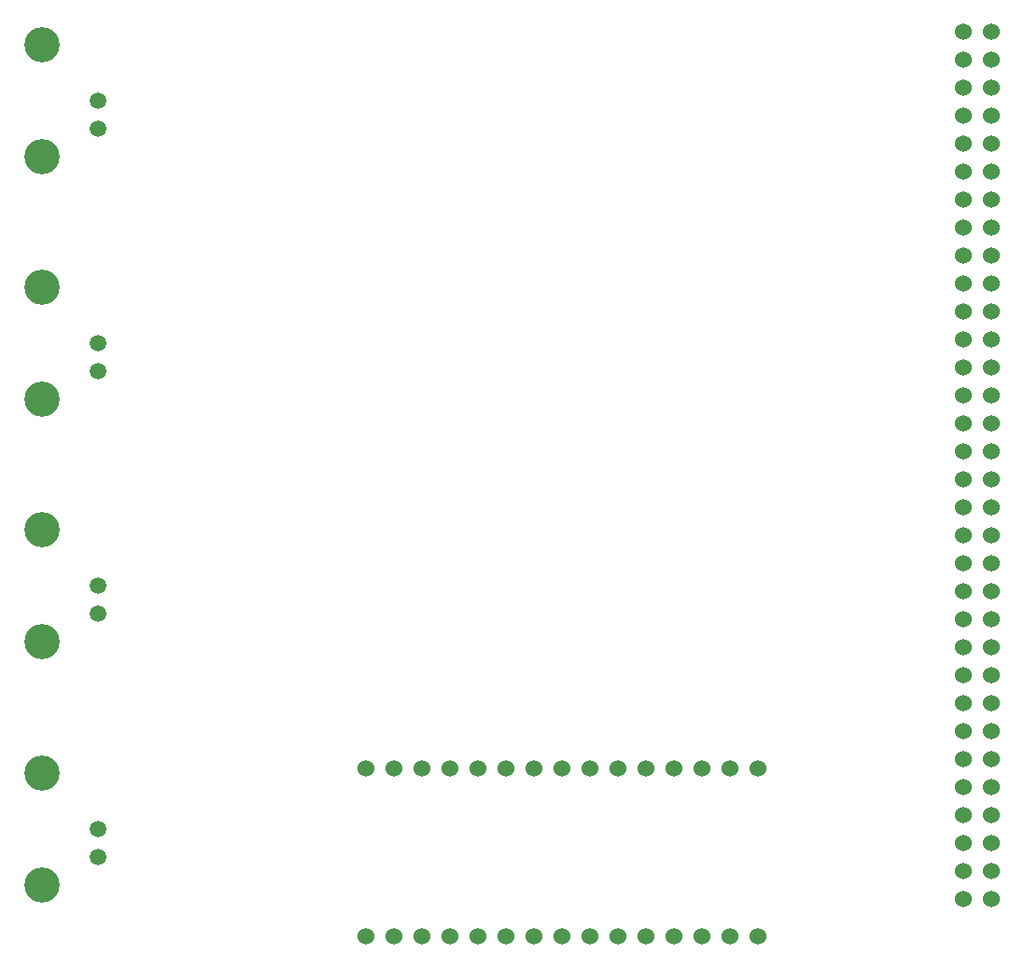
<source format=gbr>
%TF.GenerationSoftware,KiCad,Pcbnew,5.1.9-73d0e3b20d~88~ubuntu20.04.1*%
%TF.CreationDate,2021-05-09T07:33:53+02:00*%
%TF.ProjectId,bkm-129x-simple,626b6d2d-3132-4397-982d-73696d706c65,rev?*%
%TF.SameCoordinates,Original*%
%TF.FileFunction,Soldermask,Bot*%
%TF.FilePolarity,Negative*%
%FSLAX46Y46*%
G04 Gerber Fmt 4.6, Leading zero omitted, Abs format (unit mm)*
G04 Created by KiCad (PCBNEW 5.1.9-73d0e3b20d~88~ubuntu20.04.1) date 2021-05-09 07:33:53*
%MOMM*%
%LPD*%
G01*
G04 APERTURE LIST*
%ADD10C,1.500000*%
%ADD11C,3.200000*%
%ADD12C,1.524000*%
G04 APERTURE END LIST*
D10*
%TO.C,J1*%
X134086600Y-75971400D03*
D11*
X129006600Y-68351400D03*
X129006600Y-78511400D03*
D10*
X134086600Y-73431400D03*
%TD*%
%TO.C,J2*%
X134086600Y-98018600D03*
D11*
X129006600Y-90398600D03*
X129006600Y-100558600D03*
D10*
X134086600Y-95478600D03*
%TD*%
%TO.C,J3*%
X134112000Y-120015000D03*
D11*
X129032000Y-112395000D03*
X129032000Y-122555000D03*
D10*
X134112000Y-117475000D03*
%TD*%
%TO.C,J4*%
X134112000Y-142113000D03*
D11*
X129032000Y-134493000D03*
X129032000Y-144653000D03*
D10*
X134112000Y-139573000D03*
%TD*%
D12*
%TO.C,J5*%
X212547200Y-67183000D03*
X212547200Y-69723000D03*
X212547200Y-72263000D03*
X212547200Y-74803000D03*
X212547200Y-77343000D03*
X212547200Y-79883000D03*
X212547200Y-82423000D03*
X212547200Y-84963000D03*
X212547200Y-87503000D03*
X212547200Y-90043000D03*
X212547200Y-92583000D03*
X212547200Y-95123000D03*
X212547200Y-97663000D03*
X212547200Y-100203000D03*
X212547200Y-102743000D03*
X212547200Y-105283000D03*
X212547200Y-107823000D03*
X212547200Y-110363000D03*
X212547200Y-112903000D03*
X212547200Y-115443000D03*
X212547200Y-117983000D03*
X212547200Y-120523000D03*
X212547200Y-123063000D03*
X212547200Y-125603000D03*
X212547200Y-128143000D03*
X212547200Y-130683000D03*
X212547200Y-133223000D03*
X212547200Y-135763000D03*
X212547200Y-138303000D03*
X212547200Y-140843000D03*
X212547200Y-143383000D03*
X212547200Y-145923000D03*
X215087200Y-67183000D03*
X215087200Y-69723000D03*
X215087200Y-72263000D03*
X215087200Y-74803000D03*
X215087200Y-77343000D03*
X215087200Y-79883000D03*
X215087200Y-82423000D03*
X215087200Y-84963000D03*
X215087200Y-87503000D03*
X215087200Y-90043000D03*
X215087200Y-92583000D03*
X215087200Y-95123000D03*
X215087200Y-97663000D03*
X215087200Y-100203000D03*
X215087200Y-102743000D03*
X215087200Y-105283000D03*
X215087200Y-107823000D03*
X215087200Y-110363000D03*
X215087200Y-112903000D03*
X215087200Y-115443000D03*
X215087200Y-117983000D03*
X215087200Y-120523000D03*
X215087200Y-123063000D03*
X215087200Y-125603000D03*
X215087200Y-128143000D03*
X215087200Y-130683000D03*
X215087200Y-133223000D03*
X215087200Y-135763000D03*
X215087200Y-138303000D03*
X215087200Y-140843000D03*
X215087200Y-143383000D03*
X215087200Y-145923000D03*
%TD*%
%TO.C,U3*%
X193967100Y-134112000D03*
X191427100Y-134112000D03*
X188887100Y-134112000D03*
X186347100Y-134112000D03*
X183807100Y-134112000D03*
X181267100Y-134112000D03*
X178727100Y-134112000D03*
X176187100Y-134112000D03*
X173647100Y-134112000D03*
X171107100Y-134112000D03*
X168567100Y-134112000D03*
X166027100Y-134112000D03*
X163487100Y-134112000D03*
X160947100Y-134112000D03*
X158407100Y-134112000D03*
X158407100Y-149352000D03*
X160947100Y-149352000D03*
X163487100Y-149352000D03*
X166027100Y-149352000D03*
X168567100Y-149352000D03*
X171107100Y-149352000D03*
X173647100Y-149352000D03*
X176187100Y-149352000D03*
X178727100Y-149352000D03*
X181267100Y-149352000D03*
X183807100Y-149352000D03*
X186347100Y-149352000D03*
X188887100Y-149352000D03*
X191427100Y-149352000D03*
X193967100Y-149352000D03*
%TD*%
M02*

</source>
